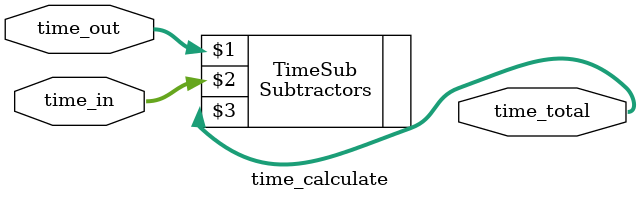
<source format=v>
/*--  *******************************************************
--  Computer Architecture Course, Laboratory Sources 
--  Amirkabir University of Technology (Tehran Polytechnic)
--  Department of Computer Engineering (CE-AUT)
--  https://ce[dot]aut[dot]ac[dot]ir
--  *******************************************************
--  All Rights reserved (C) 2021-2022
--  *******************
--  Student ID  : 9931103
--  Student Name: Sarvin Nami
--  Student Mail: srvn0nm@gmail.com
--  *******************
--  *******************
--  Student ID  : 9931071
--  Student Name: Abtin Zandi
--  Student Mail: abtin81@aut.ac.ir
--  *******************
--  Additional Comments:
--
--*/

/*-----------------------------------------------------------
---  Module Name: time_calculate
-----------------------------------------------------------*/
`timescale 1 ns/1 ns
module time_calculate(time_out,time_in,time_total);
input [7:0] time_out;
input [7:0] time_in;
output [7:0] time_total;

 Subtractors TimeSub(time_out,time_in,time_total);
 
endmodule

</source>
